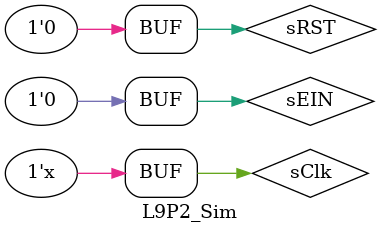
<source format=sv>
`timescale 1ns / 1ps


module L9P2_Sim(
    );
    
    logic sClk, sRST, sEIN;
    logic [7:0] sSQNCE;
    
    L9P2_Sequencer UUT (.Clk(sClk), .RST(sRST), .EIN(sEIN), .SQNCE(sSQNCE));
    
    initial begin
    sClk = 0;
    
    sRST = 1;
    sEIN = 1;
    #10;
    
    sRST = 1;
    sEIN = 1;
    #10;
    
    sRST = 0;
    sEIN = 1;
    #10;
    
    sRST = 0;
    sEIN = 1;
    #10;
    
    sRST = 0;
    sEIN = 1;
    #10;
    
    sRST = 0;
    sEIN = 1;
    #10;
    
    sRST = 0;
    sEIN = 1;
    #10;
    
    sRST = 0;
    sEIN = 1;
    #10;
    
    sRST = 0;
    sEIN = 1;
    #10;
    
    sRST = 0;
    sEIN = 1;
    #10;
    
    sRST = 0;
    sEIN = 1;
    #10;
    
    sRST = 0;
    sEIN = 1;
    #10;
    
    sRST = 0;
    sEIN = 0;
    #10;
    
    
    end
    
    always begin
    #10;
    sClk = ~sClk;
    end
    
    
endmodule

</source>
